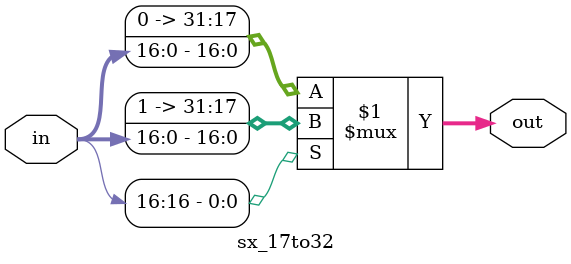
<source format=v>
module sx_17to32(in, out);
  input [16:0]in;
  output [31:0]out;
  
  assign out = in[16] ? {15'b111111111111111, in[16:0]}:{15'b000000000000000, in[16:0]};
endmodule
</source>
